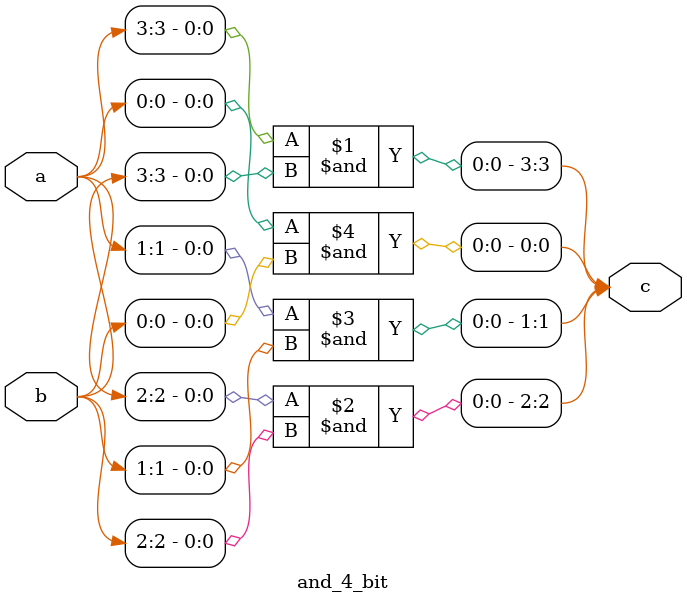
<source format=v>
module and_4_bit(c, a, b);

    input [3:0] a, b;
    output [3:0] c;

    and and_g1(c[3], a[3], b[3]);
    and and_g2(c[2], a[2], b[2]);
    and and_g3(c[1], a[1], b[1]);
    and and_g4(c[0], a[0], b[0]);

endmodule
</source>
